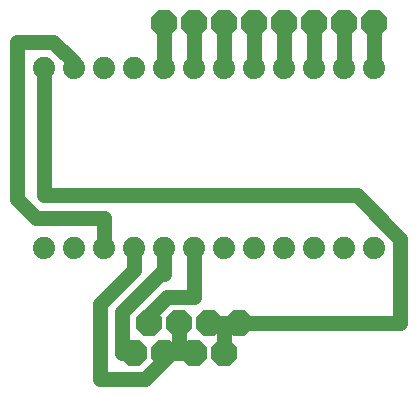
<source format=gbr>
G04 EAGLE Gerber RS-274X export*
G75*
%MOMM*%
%FSLAX34Y34*%
%LPD*%
%INTop Copper*%
%IPPOS*%
%AMOC8*
5,1,8,0,0,1.08239X$1,22.5*%
G01*
%ADD10P,2.336880X8X22.500000*%
%ADD11C,1.879600*%
%ADD12C,1.250000*%


D10*
X304800Y635000D03*
X330200Y635000D03*
X355600Y635000D03*
X381000Y635000D03*
X406400Y635000D03*
X431800Y635000D03*
X457200Y635000D03*
X482600Y635000D03*
D11*
X203200Y444500D03*
X228600Y444500D03*
X254000Y444500D03*
X279400Y444500D03*
X304800Y444500D03*
X330200Y444500D03*
X355600Y444500D03*
X381000Y444500D03*
X406400Y444500D03*
X431800Y444500D03*
X457200Y444500D03*
X482600Y444500D03*
X482600Y596900D03*
X457200Y596900D03*
X431800Y596900D03*
X406400Y596900D03*
X381000Y596900D03*
X355600Y596900D03*
X330200Y596900D03*
X304800Y596900D03*
X279400Y596900D03*
X254000Y596900D03*
X228600Y596900D03*
X203200Y596900D03*
D10*
X368300Y381000D03*
X355600Y355600D03*
X342900Y381000D03*
X330200Y355600D03*
X317500Y381000D03*
X304800Y355600D03*
X292100Y381000D03*
X279400Y355600D03*
D12*
X254000Y444500D02*
X254000Y469900D01*
X196850Y469900D01*
X180975Y485775D01*
X180975Y619125D01*
X211138Y619125D01*
X228600Y601663D01*
X228600Y596900D01*
X304800Y444500D02*
X304800Y422275D01*
X301625Y422275D01*
X269875Y390525D01*
X269875Y355600D01*
X279400Y355600D01*
X330200Y403225D02*
X330200Y444500D01*
X330200Y403225D02*
X307975Y403225D01*
X292100Y387350D01*
X292100Y381000D01*
X279400Y425450D02*
X279400Y444500D01*
X279400Y425450D02*
X250825Y396875D01*
X250825Y333375D01*
X288925Y333375D01*
X304800Y349250D01*
X304800Y355600D01*
X317500Y355600D01*
X330200Y355600D01*
X317500Y355600D02*
X317500Y381000D01*
X203200Y488950D02*
X203200Y596900D01*
X203200Y488950D02*
X468313Y488950D01*
X504825Y452438D01*
X504825Y381000D01*
X368300Y381000D01*
X355600Y381000D01*
X342900Y381000D01*
X355600Y381000D02*
X355600Y355600D01*
X304800Y596900D02*
X304800Y635000D01*
X330200Y635000D02*
X330200Y596900D01*
X355600Y596900D02*
X355600Y635000D01*
X381000Y635000D02*
X381000Y596900D01*
X406400Y596900D02*
X406400Y635000D01*
X431800Y635000D02*
X431800Y596900D01*
X457200Y596900D02*
X457200Y635000D01*
X482600Y635000D02*
X482600Y596900D01*
M02*

</source>
